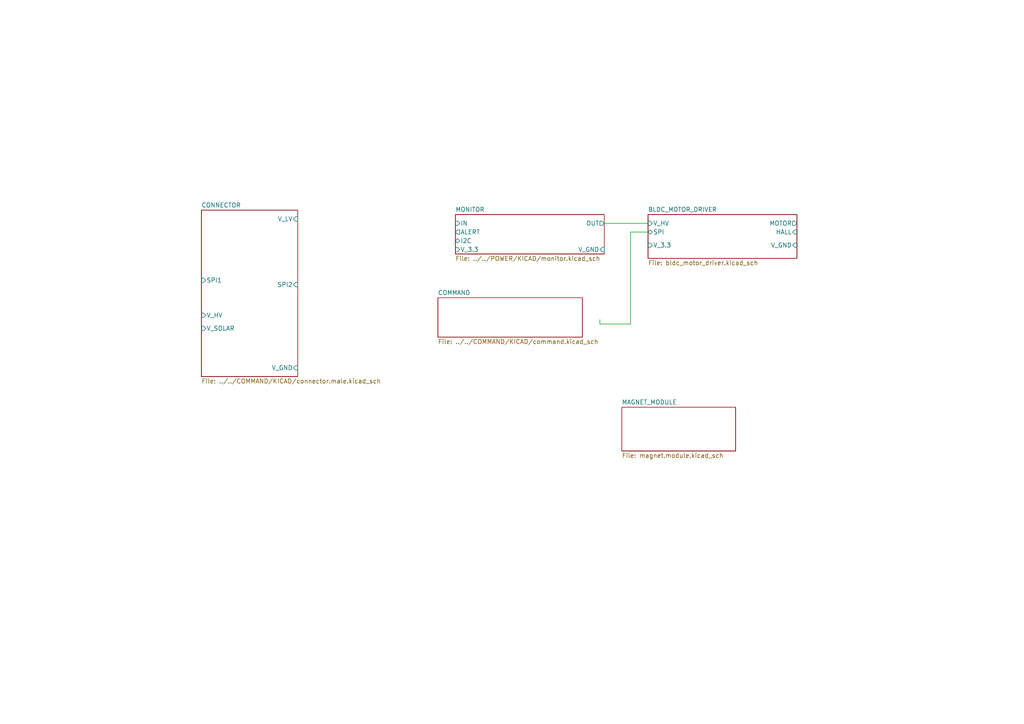
<source format=kicad_sch>
(kicad_sch
	(version 20231120)
	(generator "eeschema")
	(generator_version "8.0")
	(uuid "c4b3c8f9-82bd-4648-8d22-870bf16aa829")
	(paper "A4")
	(lib_symbols)
	(wire
		(pts
			(xy 175.26 64.77) (xy 187.96 64.77)
		)
		(stroke
			(width 0)
			(type default)
		)
		(uuid "60ab6cb3-49e1-4a03-a99a-5473909fb6aa")
	)
	(wire
		(pts
			(xy 173.99 93.98) (xy 173.99 92.71)
		)
		(stroke
			(width 0)
			(type default)
		)
		(uuid "8500e3e3-3109-4c91-b46b-c5fe55fb7b10")
	)
	(wire
		(pts
			(xy 187.96 67.31) (xy 182.88 67.31)
		)
		(stroke
			(width 0)
			(type default)
		)
		(uuid "88fce3a6-4bc5-4f2e-aa2c-3eb110bf930b")
	)
	(wire
		(pts
			(xy 182.88 67.31) (xy 182.88 93.98)
		)
		(stroke
			(width 0)
			(type default)
		)
		(uuid "d7dcde2e-fe38-4054-9ebb-4a30eed9ebbb")
	)
	(wire
		(pts
			(xy 182.88 93.98) (xy 173.99 93.98)
		)
		(stroke
			(width 0)
			(type default)
		)
		(uuid "f785a430-3e65-4932-b145-61f7e6105424")
	)
	(sheet
		(at 127 86.36)
		(size 41.91 11.43)
		(fields_autoplaced yes)
		(stroke
			(width 0.1524)
			(type solid)
		)
		(fill
			(color 0 0 0 0.0000)
		)
		(uuid "25a33f1f-9c89-41a2-a6e3-9fd3adab2d11")
		(property "Sheetname" "COMMAND"
			(at 127 85.6484 0)
			(effects
				(font
					(size 1.27 1.27)
				)
				(justify left bottom)
			)
		)
		(property "Sheetfile" "../../COMMAND/KICAD/command.kicad_sch"
			(at 127 98.3746 0)
			(effects
				(font
					(size 1.27 1.27)
				)
				(justify left top)
			)
		)
		(instances
			(project "control"
				(path "/c4b3c8f9-82bd-4648-8d22-870bf16aa829"
					(page "10")
				)
			)
		)
	)
	(sheet
		(at 187.96 62.23)
		(size 43.18 12.7)
		(fields_autoplaced yes)
		(stroke
			(width 0.1524)
			(type solid)
		)
		(fill
			(color 0 0 0 0.0000)
		)
		(uuid "5f381140-b1de-4322-8ceb-e52831a9109f")
		(property "Sheetname" "BLDC_MOTOR_DRIVER"
			(at 187.96 61.5184 0)
			(effects
				(font
					(size 1.27 1.27)
				)
				(justify left bottom)
			)
		)
		(property "Sheetfile" "bldc_motor_driver.kicad_sch"
			(at 187.96 75.5146 0)
			(effects
				(font
					(size 1.27 1.27)
				)
				(justify left top)
			)
		)
		(pin "V_HV" input
			(at 187.96 64.77 180)
			(effects
				(font
					(size 1.27 1.27)
				)
				(justify left)
			)
			(uuid "9c8b2455-3efb-4a33-a4df-0bb6bf5520be")
		)
		(pin "V_GND" input
			(at 231.14 71.12 0)
			(effects
				(font
					(size 1.27 1.27)
				)
				(justify right)
			)
			(uuid "926b17f1-cd34-43ed-8159-75cc350626e9")
		)
		(pin "V_3.3" input
			(at 187.96 71.12 180)
			(effects
				(font
					(size 1.27 1.27)
				)
				(justify left)
			)
			(uuid "9a90f12b-eff1-427d-8df9-93f6fbc2286c")
		)
		(pin "SPI" bidirectional
			(at 187.96 67.31 180)
			(effects
				(font
					(size 1.27 1.27)
				)
				(justify left)
			)
			(uuid "ef7389e0-329e-4e23-863d-54ccad4ccf65")
		)
		(pin "HALL" input
			(at 231.14 67.31 0)
			(effects
				(font
					(size 1.27 1.27)
				)
				(justify right)
			)
			(uuid "eb0665c8-88a5-4930-8c8d-db4d00b2dd4d")
		)
		(pin "MOTOR" output
			(at 231.14 64.77 0)
			(effects
				(font
					(size 1.27 1.27)
				)
				(justify right)
			)
			(uuid "020c6ffd-2453-406a-85b5-52e43a6b7c2b")
		)
		(instances
			(project "control"
				(path "/c4b3c8f9-82bd-4648-8d22-870bf16aa829"
					(page "13")
				)
			)
		)
	)
	(sheet
		(at 180.34 118.11)
		(size 33.02 12.7)
		(fields_autoplaced yes)
		(stroke
			(width 0.1524)
			(type solid)
		)
		(fill
			(color 0 0 0 0.0000)
		)
		(uuid "8812c96e-ca04-41e1-abbd-8267da6f4a17")
		(property "Sheetname" "MAGNET_MODULE"
			(at 180.34 117.3984 0)
			(effects
				(font
					(size 1.27 1.27)
				)
				(justify left bottom)
			)
		)
		(property "Sheetfile" "magnet.module.kicad_sch"
			(at 180.34 131.3946 0)
			(effects
				(font
					(size 1.27 1.27)
				)
				(justify left top)
			)
		)
		(instances
			(project "control"
				(path "/c4b3c8f9-82bd-4648-8d22-870bf16aa829"
					(page "8")
				)
			)
		)
	)
	(sheet
		(at 58.42 60.96)
		(size 27.94 48.26)
		(fields_autoplaced yes)
		(stroke
			(width 0.1524)
			(type solid)
		)
		(fill
			(color 0 0 0 0.0000)
		)
		(uuid "9da6452e-b3cb-4b01-88c5-7df28751a9a5")
		(property "Sheetname" "CONNECTOR"
			(at 58.42 60.2484 0)
			(effects
				(font
					(size 1.27 1.27)
				)
				(justify left bottom)
			)
		)
		(property "Sheetfile" "../../COMMAND/KICAD/connector.male.kicad_sch"
			(at 58.42 109.8046 0)
			(effects
				(font
					(size 1.27 1.27)
				)
				(justify left top)
			)
		)
		(pin "SPI1" input
			(at 58.42 81.28 180)
			(effects
				(font
					(size 1.27 1.27)
				)
				(justify left)
			)
			(uuid "f9eec5f3-0d9e-4eb7-8f06-4dc121f1e5d4")
		)
		(pin "SPI2" input
			(at 86.36 82.55 0)
			(effects
				(font
					(size 1.27 1.27)
				)
				(justify right)
			)
			(uuid "f980d9d6-fa14-42f6-809a-7fc6f6e7ece7")
		)
		(pin "V_GND" input
			(at 86.36 106.68 0)
			(effects
				(font
					(size 1.27 1.27)
				)
				(justify right)
			)
			(uuid "d2952475-96db-4525-a5a3-e6b1e781ed34")
		)
		(pin "V_HV" input
			(at 58.42 91.44 180)
			(effects
				(font
					(size 1.27 1.27)
				)
				(justify left)
			)
			(uuid "6078b602-e245-4132-bf8f-1dbfd82e2d64")
		)
		(pin "V_SOLAR" input
			(at 58.42 95.25 180)
			(effects
				(font
					(size 1.27 1.27)
				)
				(justify left)
			)
			(uuid "727899a0-bae0-492b-9d9a-d5b17c23ae80")
		)
		(pin "V_LV" input
			(at 86.36 63.5 0)
			(effects
				(font
					(size 1.27 1.27)
				)
				(justify right)
			)
			(uuid "bede1819-1fe8-48c7-a7dc-dd1599480b23")
		)
		(instances
			(project "control"
				(path "/c4b3c8f9-82bd-4648-8d22-870bf16aa829"
					(page "4")
				)
			)
		)
	)
	(sheet
		(at 132.08 62.23)
		(size 43.18 11.43)
		(fields_autoplaced yes)
		(stroke
			(width 0.1524)
			(type solid)
		)
		(fill
			(color 0 0 0 0.0000)
		)
		(uuid "fb9352ff-c66d-477b-916f-fe2d1bcbdc99")
		(property "Sheetname" "MONITOR"
			(at 132.08 61.5184 0)
			(effects
				(font
					(size 1.27 1.27)
				)
				(justify left bottom)
			)
		)
		(property "Sheetfile" "../../POWER/KICAD/monitor.kicad_sch"
			(at 132.08 74.2446 0)
			(effects
				(font
					(size 1.27 1.27)
				)
				(justify left top)
			)
		)
		(pin "IN" input
			(at 132.08 64.77 180)
			(effects
				(font
					(size 1.27 1.27)
				)
				(justify left)
			)
			(uuid "47af0be9-5b40-4a5d-a04f-1de47edc488e")
		)
		(pin "I2C" bidirectional
			(at 132.08 69.85 180)
			(effects
				(font
					(size 1.27 1.27)
				)
				(justify left)
			)
			(uuid "2407452e-3934-4f16-bc4f-dae803b08920")
		)
		(pin "V_3.3" input
			(at 132.08 72.39 180)
			(effects
				(font
					(size 1.27 1.27)
				)
				(justify left)
			)
			(uuid "77351131-3ac5-41c5-93df-62a8aa329178")
		)
		(pin "OUT" output
			(at 175.26 64.77 0)
			(effects
				(font
					(size 1.27 1.27)
				)
				(justify right)
			)
			(uuid "446553e7-9e08-45b6-a46f-c72962f4fccf")
		)
		(pin "V_GND" input
			(at 175.26 72.39 0)
			(effects
				(font
					(size 1.27 1.27)
				)
				(justify right)
			)
			(uuid "6700fe06-9908-4e74-955b-c8139fc5bdf5")
		)
		(pin "ALERT" output
			(at 132.08 67.31 180)
			(effects
				(font
					(size 1.27 1.27)
				)
				(justify left)
			)
			(uuid "65c95e92-6485-4def-82ff-c8973355beb5")
		)
		(instances
			(project "control"
				(path "/c4b3c8f9-82bd-4648-8d22-870bf16aa829"
					(page "12")
				)
			)
		)
	)
	(sheet_instances
		(path "/"
			(page "1")
		)
	)
)

</source>
